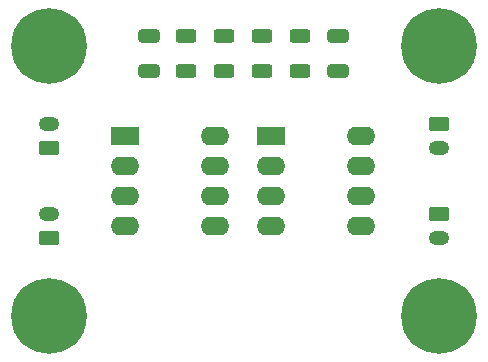
<source format=gts>
%TF.GenerationSoftware,KiCad,Pcbnew,6.0.11-2627ca5db0~126~ubuntu22.04.1*%
%TF.CreationDate,2023-02-23T11:24:01+01:00*%
%TF.ProjectId,motordriver,6d6f746f-7264-4726-9976-65722e6b6963,rev?*%
%TF.SameCoordinates,Original*%
%TF.FileFunction,Soldermask,Top*%
%TF.FilePolarity,Negative*%
%FSLAX46Y46*%
G04 Gerber Fmt 4.6, Leading zero omitted, Abs format (unit mm)*
G04 Created by KiCad (PCBNEW 6.0.11-2627ca5db0~126~ubuntu22.04.1) date 2023-02-23 11:24:01*
%MOMM*%
%LPD*%
G01*
G04 APERTURE LIST*
G04 Aperture macros list*
%AMRoundRect*
0 Rectangle with rounded corners*
0 $1 Rounding radius*
0 $2 $3 $4 $5 $6 $7 $8 $9 X,Y pos of 4 corners*
0 Add a 4 corners polygon primitive as box body*
4,1,4,$2,$3,$4,$5,$6,$7,$8,$9,$2,$3,0*
0 Add four circle primitives for the rounded corners*
1,1,$1+$1,$2,$3*
1,1,$1+$1,$4,$5*
1,1,$1+$1,$6,$7*
1,1,$1+$1,$8,$9*
0 Add four rect primitives between the rounded corners*
20,1,$1+$1,$2,$3,$4,$5,0*
20,1,$1+$1,$4,$5,$6,$7,0*
20,1,$1+$1,$6,$7,$8,$9,0*
20,1,$1+$1,$8,$9,$2,$3,0*%
G04 Aperture macros list end*
%ADD10RoundRect,0.250000X-0.625000X0.350000X-0.625000X-0.350000X0.625000X-0.350000X0.625000X0.350000X0*%
%ADD11O,1.750000X1.200000*%
%ADD12RoundRect,0.250000X-0.625000X0.312500X-0.625000X-0.312500X0.625000X-0.312500X0.625000X0.312500X0*%
%ADD13R,2.400000X1.600000*%
%ADD14O,2.400000X1.600000*%
%ADD15C,0.800000*%
%ADD16C,6.400000*%
%ADD17RoundRect,0.250000X0.625000X-0.350000X0.625000X0.350000X-0.625000X0.350000X-0.625000X-0.350000X0*%
%ADD18RoundRect,0.250000X0.650000X-0.325000X0.650000X0.325000X-0.650000X0.325000X-0.650000X-0.325000X0*%
G04 APERTURE END LIST*
D10*
%TO.C,SW1*%
X156350000Y-105915000D03*
D11*
X156350000Y-107915000D03*
%TD*%
D12*
%TO.C,R3*%
X135000000Y-90852500D03*
X135000000Y-93777500D03*
%TD*%
D13*
%TO.C,U1*%
X142175000Y-99315000D03*
D14*
X142175000Y-101855000D03*
X142175000Y-104395000D03*
X142175000Y-106935000D03*
X149795000Y-106935000D03*
X149795000Y-104395000D03*
X149795000Y-101855000D03*
X149795000Y-99315000D03*
%TD*%
D15*
%TO.C,H3*%
X158800000Y-114515000D03*
D16*
X156400000Y-114515000D03*
D15*
X158097056Y-112817944D03*
X154000000Y-114515000D03*
X156400000Y-116915000D03*
X154702944Y-116212056D03*
X154702944Y-112817944D03*
X156400000Y-112115000D03*
X158097056Y-116212056D03*
%TD*%
D17*
%TO.C,M1*%
X123400000Y-100315000D03*
D11*
X123400000Y-98315000D03*
%TD*%
D15*
%TO.C,H4*%
X158097056Y-93412056D03*
X156400000Y-89315000D03*
X154702944Y-90017944D03*
X154000000Y-91715000D03*
X154702944Y-93412056D03*
D16*
X156400000Y-91715000D03*
D15*
X156400000Y-94115000D03*
X158097056Y-90017944D03*
X158800000Y-91715000D03*
%TD*%
D12*
%TO.C,R4*%
X138200000Y-90852500D03*
X138200000Y-93777500D03*
%TD*%
D18*
%TO.C,C2*%
X131800000Y-93790000D03*
X131800000Y-90840000D03*
%TD*%
D13*
%TO.C,U2*%
X129775000Y-99315000D03*
D14*
X129775000Y-101855000D03*
X129775000Y-104395000D03*
X129775000Y-106935000D03*
X137395000Y-106935000D03*
X137395000Y-104395000D03*
X137395000Y-101855000D03*
X137395000Y-99315000D03*
%TD*%
D12*
%TO.C,R2*%
X141400000Y-90852500D03*
X141400000Y-93777500D03*
%TD*%
D10*
%TO.C,SW2*%
X156350000Y-98315000D03*
D11*
X156350000Y-100315000D03*
%TD*%
D15*
%TO.C,H2*%
X123400000Y-116915000D03*
X121000000Y-114515000D03*
X125097056Y-116212056D03*
X125800000Y-114515000D03*
X123400000Y-112115000D03*
X121702944Y-116212056D03*
X125097056Y-112817944D03*
D16*
X123400000Y-114515000D03*
D15*
X121702944Y-112817944D03*
%TD*%
D18*
%TO.C,C1*%
X147800000Y-93790000D03*
X147800000Y-90840000D03*
%TD*%
D17*
%TO.C,J1*%
X123400000Y-107915000D03*
D11*
X123400000Y-105915000D03*
%TD*%
D12*
%TO.C,R1*%
X144600000Y-90852500D03*
X144600000Y-93777500D03*
%TD*%
D15*
%TO.C,H1*%
X125097056Y-93412056D03*
X121702944Y-93412056D03*
D16*
X123400000Y-91715000D03*
D15*
X121702944Y-90017944D03*
X125097056Y-90017944D03*
X123400000Y-94115000D03*
X125800000Y-91715000D03*
X123400000Y-89315000D03*
X121000000Y-91715000D03*
%TD*%
M02*

</source>
